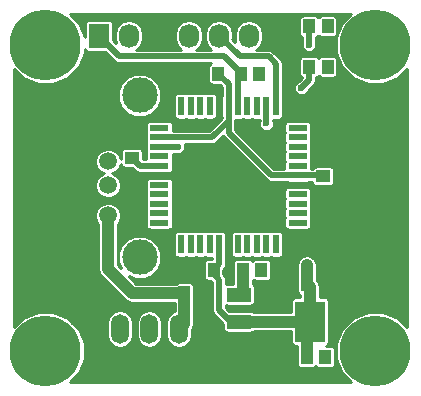
<source format=gbr>
G04 #@! TF.FileFunction,Copper,L2,Bot,Signal*
%FSLAX46Y46*%
G04 Gerber Fmt 4.6, Leading zero omitted, Abs format (unit mm)*
G04 Created by KiCad (PCBNEW 4.0.1-stable) date 2018/07/04 18:11:44*
%MOMM*%
G01*
G04 APERTURE LIST*
%ADD10C,0.100000*%
%ADD11R,1.200000X1.000000*%
%ADD12R,1.000000X1.200000*%
%ADD13R,1.600000X0.560000*%
%ADD14R,0.560000X1.600000*%
%ADD15R,1.727200X2.032000*%
%ADD16O,1.727200X2.032000*%
%ADD17C,1.501140*%
%ADD18C,2.999740*%
%ADD19R,2.000000X1.200000*%
%ADD20R,2.500000X3.500000*%
%ADD21O,1.500000X2.500000*%
%ADD22C,6.000000*%
%ADD23C,0.600000*%
%ADD24C,0.500000*%
%ADD25C,0.250000*%
%ADD26C,1.000000*%
G04 APERTURE END LIST*
D10*
D11*
X140400000Y-101650000D03*
X140400000Y-103530000D03*
X156600000Y-106950000D03*
X156600000Y-105070000D03*
D12*
X145450000Y-113000000D03*
X147330000Y-113000000D03*
X145850000Y-96400000D03*
X147730000Y-96400000D03*
X144850000Y-115000000D03*
X146730000Y-115000000D03*
X155250000Y-114200000D03*
X157130000Y-114200000D03*
D13*
X142750000Y-109000000D03*
X142750000Y-108200000D03*
X142750000Y-107400000D03*
X142750000Y-106600000D03*
X142750000Y-105800000D03*
X142750000Y-105000000D03*
X142750000Y-104200000D03*
X142750000Y-103400000D03*
X142750000Y-102600000D03*
X142750000Y-101800000D03*
X142750000Y-101000000D03*
D14*
X144600000Y-99150000D03*
X145400000Y-99150000D03*
X146200000Y-99150000D03*
X147000000Y-99150000D03*
X147800000Y-99150000D03*
X148600000Y-99150000D03*
X149400000Y-99150000D03*
X150200000Y-99150000D03*
X151000000Y-99150000D03*
X151800000Y-99150000D03*
X152600000Y-99150000D03*
D13*
X154450000Y-101000000D03*
X154450000Y-101800000D03*
X154450000Y-102600000D03*
X154450000Y-103400000D03*
X154450000Y-104200000D03*
X154450000Y-105000000D03*
X154450000Y-105800000D03*
X154450000Y-106600000D03*
X154450000Y-107400000D03*
X154450000Y-108200000D03*
X154450000Y-109000000D03*
D14*
X152600000Y-110850000D03*
X151800000Y-110850000D03*
X151000000Y-110850000D03*
X150200000Y-110850000D03*
X149400000Y-110850000D03*
X148600000Y-110850000D03*
X147800000Y-110850000D03*
X147000000Y-110850000D03*
X146200000Y-110850000D03*
X145400000Y-110850000D03*
X144600000Y-110850000D03*
D15*
X137600000Y-93200000D03*
D16*
X140140000Y-93200000D03*
X142680000Y-93200000D03*
X145220000Y-93200000D03*
X147760000Y-93200000D03*
X150300000Y-93200000D03*
D17*
X138397880Y-101287140D03*
X138397880Y-103827140D03*
X138397880Y-105859140D03*
X138397880Y-108399140D03*
D18*
X141064880Y-98239140D03*
X141064880Y-111955140D03*
D12*
X149620000Y-96400000D03*
X151180000Y-96400000D03*
X156980000Y-92400000D03*
X155420000Y-92400000D03*
X156980000Y-95800000D03*
X155420000Y-95800000D03*
X149820000Y-113000000D03*
X151380000Y-113000000D03*
X155220000Y-120400000D03*
X156780000Y-120400000D03*
D19*
X149500000Y-117400000D03*
X149500000Y-119700000D03*
X149500000Y-115100000D03*
D20*
X155500000Y-117400000D03*
D21*
X139400000Y-118000000D03*
X141900000Y-118000000D03*
X144400000Y-118000000D03*
X146900000Y-118000000D03*
D22*
X161036000Y-93980000D03*
X133096000Y-119888000D03*
X133096000Y-93980000D03*
X161036000Y-119888000D03*
D23*
X147730000Y-96400000D03*
X151180000Y-96400000D03*
X156600000Y-105070000D03*
X155200000Y-112570000D03*
X146200000Y-110850000D03*
X149500000Y-115100000D03*
X144850000Y-115000000D03*
X156980000Y-92400000D03*
X156980000Y-95800000D03*
X142750000Y-108200000D03*
X142750000Y-107400000D03*
X142750000Y-103400000D03*
X144290000Y-102600000D03*
X155410000Y-93950000D03*
X146200000Y-99150000D03*
X147000000Y-99150000D03*
X154770000Y-97610000D03*
X151800000Y-100610000D03*
X151380000Y-113000000D03*
X156780000Y-120400000D03*
D24*
X142750000Y-104200000D02*
X141070000Y-104200000D01*
X141070000Y-104200000D02*
X140400000Y-103530000D01*
D25*
X140400000Y-103530000D02*
X140400000Y-103810000D01*
D24*
X148600000Y-99150000D02*
X148600000Y-100380000D01*
X147180000Y-101800000D02*
X142750000Y-101800000D01*
X148600000Y-100380000D02*
X147180000Y-101800000D01*
X148600000Y-97270000D02*
X147730000Y-96400000D01*
X148600000Y-99150000D02*
X148600000Y-97270000D01*
X154450000Y-105000000D02*
X152220000Y-105000000D01*
X148600000Y-101380000D02*
X148600000Y-99150000D01*
X152220000Y-105000000D02*
X148600000Y-101380000D01*
X154450000Y-105000000D02*
X156530000Y-105000000D01*
X156530000Y-105000000D02*
X156600000Y-105070000D01*
D26*
X155250000Y-114200000D02*
X155250000Y-112620000D01*
X155200000Y-112570000D02*
X155250000Y-112620000D01*
D24*
X147330000Y-113000000D02*
X147330000Y-113360000D01*
X147330000Y-113360000D02*
X147810000Y-113840000D01*
X147810000Y-116440000D02*
X148770000Y-117400000D01*
X147810000Y-113840000D02*
X147810000Y-116440000D01*
X148770000Y-117400000D02*
X149500000Y-117400000D01*
X147800000Y-110850000D02*
X147800000Y-112530000D01*
X147800000Y-112530000D02*
X147330000Y-113000000D01*
D26*
X155500000Y-117400000D02*
X155500000Y-114450000D01*
X155500000Y-114450000D02*
X155250000Y-114200000D01*
X149500000Y-117400000D02*
X155500000Y-117400000D01*
X155220000Y-120400000D02*
X155220000Y-117680000D01*
X155220000Y-117680000D02*
X155500000Y-117400000D01*
X144850000Y-115000000D02*
X140450000Y-115000000D01*
X138397880Y-112947880D02*
X138397880Y-108399140D01*
X140450000Y-115000000D02*
X138397880Y-112947880D01*
X149820000Y-113000000D02*
X149820000Y-114780000D01*
X149820000Y-114780000D02*
X149500000Y-115100000D01*
X144850000Y-115000000D02*
X144850000Y-117550000D01*
X144850000Y-117550000D02*
X144400000Y-118000000D01*
D24*
X142750000Y-102600000D02*
X144290000Y-102600000D01*
X155420000Y-93940000D02*
X155410000Y-93950000D01*
X155420000Y-92400000D02*
X155420000Y-93940000D01*
X155420000Y-96960000D02*
X155420000Y-95800000D01*
X154770000Y-97610000D02*
X155420000Y-96960000D01*
X149620000Y-96400000D02*
X149620000Y-96330000D01*
X149620000Y-96330000D02*
X148220000Y-94930000D01*
X139330000Y-94930000D02*
X137600000Y-93200000D01*
X148220000Y-94930000D02*
X139330000Y-94930000D01*
X149400000Y-99150000D02*
X149400000Y-96620000D01*
X149400000Y-96620000D02*
X149620000Y-96400000D01*
X151800000Y-99150000D02*
X151800000Y-100610000D01*
X147760000Y-93200000D02*
X147820000Y-93200000D01*
X147820000Y-93200000D02*
X149560000Y-94940000D01*
X149560000Y-94940000D02*
X151980000Y-94940000D01*
X151980000Y-94940000D02*
X152600000Y-95560000D01*
X152600000Y-95560000D02*
X152600000Y-99150000D01*
D25*
G36*
X158218845Y-92094079D02*
X157711578Y-93315715D01*
X157710424Y-94638482D01*
X158215558Y-95861001D01*
X159150079Y-96797155D01*
X160371715Y-97304422D01*
X161694482Y-97305576D01*
X162917001Y-96800442D01*
X163684000Y-96034781D01*
X163684000Y-117834256D01*
X162921921Y-117070845D01*
X161700285Y-116563578D01*
X160377518Y-116562424D01*
X159154999Y-117067558D01*
X158218845Y-118002079D01*
X157711578Y-119223715D01*
X157710424Y-120546482D01*
X158215558Y-121769001D01*
X158981219Y-122536000D01*
X135149744Y-122536000D01*
X135913155Y-121773921D01*
X136420422Y-120552285D01*
X136421576Y-119229518D01*
X135916442Y-118006999D01*
X135379526Y-117469144D01*
X138325000Y-117469144D01*
X138325000Y-118530856D01*
X138406830Y-118942241D01*
X138639860Y-119290996D01*
X138988615Y-119524026D01*
X139400000Y-119605856D01*
X139811385Y-119524026D01*
X140160140Y-119290996D01*
X140393170Y-118942241D01*
X140475000Y-118530856D01*
X140475000Y-117469144D01*
X140825000Y-117469144D01*
X140825000Y-118530856D01*
X140906830Y-118942241D01*
X141139860Y-119290996D01*
X141488615Y-119524026D01*
X141900000Y-119605856D01*
X142311385Y-119524026D01*
X142660140Y-119290996D01*
X142893170Y-118942241D01*
X142975000Y-118530856D01*
X142975000Y-117469144D01*
X142893170Y-117057759D01*
X142660140Y-116709004D01*
X142311385Y-116475974D01*
X141900000Y-116394144D01*
X141488615Y-116475974D01*
X141139860Y-116709004D01*
X140906830Y-117057759D01*
X140825000Y-117469144D01*
X140475000Y-117469144D01*
X140393170Y-117057759D01*
X140160140Y-116709004D01*
X139811385Y-116475974D01*
X139400000Y-116394144D01*
X138988615Y-116475974D01*
X138639860Y-116709004D01*
X138406830Y-117057759D01*
X138325000Y-117469144D01*
X135379526Y-117469144D01*
X134981921Y-117070845D01*
X133760285Y-116563578D01*
X132437518Y-116562424D01*
X131214999Y-117067558D01*
X130448000Y-117833219D01*
X130448000Y-108612146D01*
X137322123Y-108612146D01*
X137485524Y-109007606D01*
X137572880Y-109095114D01*
X137572880Y-112947880D01*
X137635679Y-113263594D01*
X137814517Y-113531243D01*
X139866637Y-115583363D01*
X140134286Y-115762201D01*
X140450000Y-115825000D01*
X144025000Y-115825000D01*
X144025000Y-116468737D01*
X143988615Y-116475974D01*
X143639860Y-116709004D01*
X143406830Y-117057759D01*
X143325000Y-117469144D01*
X143325000Y-118530856D01*
X143406830Y-118942241D01*
X143639860Y-119290996D01*
X143988615Y-119524026D01*
X144400000Y-119605856D01*
X144811385Y-119524026D01*
X145160140Y-119290996D01*
X145393170Y-118942241D01*
X145475000Y-118530856D01*
X145475000Y-118071049D01*
X145612201Y-117865714D01*
X145675000Y-117550000D01*
X145675000Y-115631441D01*
X145681367Y-115600000D01*
X145681367Y-114400000D01*
X145658705Y-114279562D01*
X145587526Y-114168947D01*
X145478920Y-114094740D01*
X145350000Y-114068633D01*
X144350000Y-114068633D01*
X144229562Y-114091295D01*
X144118947Y-114162474D01*
X144110388Y-114175000D01*
X140791726Y-114175000D01*
X140180635Y-113563909D01*
X140700298Y-113779692D01*
X141426277Y-113780326D01*
X142097235Y-113503091D01*
X142611027Y-112990195D01*
X142889432Y-112319722D01*
X142890066Y-111593743D01*
X142612831Y-110922785D01*
X142099935Y-110408993D01*
X141429462Y-110130588D01*
X140703483Y-110129954D01*
X140032525Y-110407189D01*
X139518733Y-110920085D01*
X139240328Y-111590558D01*
X139239694Y-112316537D01*
X139455463Y-112838737D01*
X139222880Y-112606154D01*
X139222880Y-110050000D01*
X143988633Y-110050000D01*
X143988633Y-111650000D01*
X144011295Y-111770438D01*
X144082474Y-111881053D01*
X144191080Y-111955260D01*
X144320000Y-111981367D01*
X144880000Y-111981367D01*
X145000438Y-111958705D01*
X145002270Y-111957526D01*
X145120000Y-111981367D01*
X145680000Y-111981367D01*
X145800438Y-111958705D01*
X145802270Y-111957526D01*
X145920000Y-111981367D01*
X146480000Y-111981367D01*
X146600438Y-111958705D01*
X146602270Y-111957526D01*
X146720000Y-111981367D01*
X147225000Y-111981367D01*
X147225000Y-112068633D01*
X146830000Y-112068633D01*
X146709562Y-112091295D01*
X146598947Y-112162474D01*
X146524740Y-112271080D01*
X146498633Y-112400000D01*
X146498633Y-113600000D01*
X146521295Y-113720438D01*
X146592474Y-113831053D01*
X146701080Y-113905260D01*
X146830000Y-113931367D01*
X147088195Y-113931367D01*
X147235000Y-114078173D01*
X147235000Y-116440000D01*
X147278769Y-116660043D01*
X147403414Y-116846586D01*
X148168633Y-117611805D01*
X148168633Y-118000000D01*
X148191295Y-118120438D01*
X148262474Y-118231053D01*
X148371080Y-118305260D01*
X148500000Y-118331367D01*
X150500000Y-118331367D01*
X150620438Y-118308705D01*
X150731053Y-118237526D01*
X150739612Y-118225000D01*
X153918633Y-118225000D01*
X153918633Y-119150000D01*
X153941295Y-119270438D01*
X154012474Y-119381053D01*
X154121080Y-119455260D01*
X154250000Y-119481367D01*
X154395000Y-119481367D01*
X154395000Y-119768559D01*
X154388633Y-119800000D01*
X154388633Y-121000000D01*
X154411295Y-121120438D01*
X154482474Y-121231053D01*
X154591080Y-121305260D01*
X154720000Y-121331367D01*
X155720000Y-121331367D01*
X155840438Y-121308705D01*
X155951053Y-121237526D01*
X156000279Y-121165481D01*
X156042474Y-121231053D01*
X156151080Y-121305260D01*
X156280000Y-121331367D01*
X157280000Y-121331367D01*
X157400438Y-121308705D01*
X157511053Y-121237526D01*
X157585260Y-121128920D01*
X157611367Y-121000000D01*
X157611367Y-119800000D01*
X157588705Y-119679562D01*
X157517526Y-119568947D01*
X157408920Y-119494740D01*
X157280000Y-119468633D01*
X156817675Y-119468633D01*
X156870438Y-119458705D01*
X156981053Y-119387526D01*
X157055260Y-119278920D01*
X157081367Y-119150000D01*
X157081367Y-115650000D01*
X157058705Y-115529562D01*
X156987526Y-115418947D01*
X156878920Y-115344740D01*
X156750000Y-115318633D01*
X156325000Y-115318633D01*
X156325000Y-114450000D01*
X156262201Y-114134286D01*
X156083363Y-113866637D01*
X156081367Y-113864641D01*
X156081367Y-113600000D01*
X156075000Y-113566162D01*
X156075000Y-112620000D01*
X156012201Y-112304286D01*
X155833363Y-112036637D01*
X155783363Y-111986637D01*
X155515714Y-111807799D01*
X155200000Y-111745000D01*
X154884286Y-111807799D01*
X154616637Y-111986637D01*
X154437799Y-112254286D01*
X154375000Y-112570000D01*
X154425000Y-112821369D01*
X154425000Y-113568559D01*
X154418633Y-113600000D01*
X154418633Y-114800000D01*
X154441295Y-114920438D01*
X154512474Y-115031053D01*
X154621080Y-115105260D01*
X154675000Y-115116179D01*
X154675000Y-115318633D01*
X154250000Y-115318633D01*
X154129562Y-115341295D01*
X154018947Y-115412474D01*
X153944740Y-115521080D01*
X153918633Y-115650000D01*
X153918633Y-116575000D01*
X150741421Y-116575000D01*
X150737526Y-116568947D01*
X150628920Y-116494740D01*
X150500000Y-116468633D01*
X148651805Y-116468633D01*
X148385000Y-116201828D01*
X148385000Y-116008079D01*
X148500000Y-116031367D01*
X150500000Y-116031367D01*
X150620438Y-116008705D01*
X150731053Y-115937526D01*
X150805260Y-115828920D01*
X150831367Y-115700000D01*
X150831367Y-114500000D01*
X150808705Y-114379562D01*
X150737526Y-114268947D01*
X150645000Y-114205727D01*
X150645000Y-113832779D01*
X150751080Y-113905260D01*
X150880000Y-113931367D01*
X151880000Y-113931367D01*
X152000438Y-113908705D01*
X152111053Y-113837526D01*
X152185260Y-113728920D01*
X152211367Y-113600000D01*
X152211367Y-112400000D01*
X152188705Y-112279562D01*
X152117526Y-112168947D01*
X152008920Y-112094740D01*
X151880000Y-112068633D01*
X150880000Y-112068633D01*
X150759562Y-112091295D01*
X150648947Y-112162474D01*
X150599721Y-112234519D01*
X150557526Y-112168947D01*
X150448920Y-112094740D01*
X150320000Y-112068633D01*
X149320000Y-112068633D01*
X149199562Y-112091295D01*
X149088947Y-112162474D01*
X149014740Y-112271080D01*
X148988633Y-112400000D01*
X148988633Y-113600000D01*
X148995000Y-113633838D01*
X148995000Y-114168633D01*
X148500000Y-114168633D01*
X148385000Y-114190272D01*
X148385000Y-113840000D01*
X148341231Y-113619957D01*
X148280816Y-113529540D01*
X148216587Y-113433414D01*
X148161367Y-113378194D01*
X148161367Y-112981806D01*
X148206586Y-112936587D01*
X148331231Y-112750043D01*
X148342423Y-112693775D01*
X148375000Y-112530000D01*
X148375000Y-111793936D01*
X148385260Y-111778920D01*
X148411367Y-111650000D01*
X148411367Y-110050000D01*
X148788633Y-110050000D01*
X148788633Y-111650000D01*
X148811295Y-111770438D01*
X148882474Y-111881053D01*
X148991080Y-111955260D01*
X149120000Y-111981367D01*
X149680000Y-111981367D01*
X149800438Y-111958705D01*
X149802270Y-111957526D01*
X149920000Y-111981367D01*
X150480000Y-111981367D01*
X150600438Y-111958705D01*
X150602270Y-111957526D01*
X150720000Y-111981367D01*
X151280000Y-111981367D01*
X151400438Y-111958705D01*
X151402270Y-111957526D01*
X151520000Y-111981367D01*
X152080000Y-111981367D01*
X152200438Y-111958705D01*
X152202270Y-111957526D01*
X152320000Y-111981367D01*
X152880000Y-111981367D01*
X153000438Y-111958705D01*
X153111053Y-111887526D01*
X153185260Y-111778920D01*
X153211367Y-111650000D01*
X153211367Y-110050000D01*
X153188705Y-109929562D01*
X153117526Y-109818947D01*
X153008920Y-109744740D01*
X152880000Y-109718633D01*
X152320000Y-109718633D01*
X152199562Y-109741295D01*
X152197730Y-109742474D01*
X152080000Y-109718633D01*
X151520000Y-109718633D01*
X151399562Y-109741295D01*
X151397730Y-109742474D01*
X151280000Y-109718633D01*
X150720000Y-109718633D01*
X150599562Y-109741295D01*
X150597730Y-109742474D01*
X150480000Y-109718633D01*
X149920000Y-109718633D01*
X149799562Y-109741295D01*
X149797730Y-109742474D01*
X149680000Y-109718633D01*
X149120000Y-109718633D01*
X148999562Y-109741295D01*
X148888947Y-109812474D01*
X148814740Y-109921080D01*
X148788633Y-110050000D01*
X148411367Y-110050000D01*
X148388705Y-109929562D01*
X148317526Y-109818947D01*
X148208920Y-109744740D01*
X148080000Y-109718633D01*
X147520000Y-109718633D01*
X147399562Y-109741295D01*
X147397730Y-109742474D01*
X147280000Y-109718633D01*
X146720000Y-109718633D01*
X146599562Y-109741295D01*
X146597730Y-109742474D01*
X146480000Y-109718633D01*
X145920000Y-109718633D01*
X145799562Y-109741295D01*
X145797730Y-109742474D01*
X145680000Y-109718633D01*
X145120000Y-109718633D01*
X144999562Y-109741295D01*
X144997730Y-109742474D01*
X144880000Y-109718633D01*
X144320000Y-109718633D01*
X144199562Y-109741295D01*
X144088947Y-109812474D01*
X144014740Y-109921080D01*
X143988633Y-110050000D01*
X139222880Y-110050000D01*
X139222880Y-109095339D01*
X139309172Y-109009197D01*
X139473263Y-108614023D01*
X139473637Y-108186134D01*
X139310236Y-107790674D01*
X139007937Y-107487848D01*
X138612763Y-107323757D01*
X138184874Y-107323383D01*
X137789414Y-107486784D01*
X137486588Y-107789083D01*
X137322497Y-108184257D01*
X137322123Y-108612146D01*
X130448000Y-108612146D01*
X130448000Y-98600537D01*
X139239694Y-98600537D01*
X139516929Y-99271495D01*
X140029825Y-99785287D01*
X140700298Y-100063692D01*
X141426277Y-100064326D01*
X142097235Y-99787091D01*
X142611027Y-99274195D01*
X142889432Y-98603722D01*
X142889653Y-98350000D01*
X143988633Y-98350000D01*
X143988633Y-99950000D01*
X144011295Y-100070438D01*
X144082474Y-100181053D01*
X144191080Y-100255260D01*
X144320000Y-100281367D01*
X144880000Y-100281367D01*
X145000438Y-100258705D01*
X145002270Y-100257526D01*
X145120000Y-100281367D01*
X145680000Y-100281367D01*
X145800438Y-100258705D01*
X145802270Y-100257526D01*
X145920000Y-100281367D01*
X146480000Y-100281367D01*
X146600438Y-100258705D01*
X146602270Y-100257526D01*
X146720000Y-100281367D01*
X147280000Y-100281367D01*
X147400438Y-100258705D01*
X147511053Y-100187526D01*
X147585260Y-100078920D01*
X147611367Y-99950000D01*
X147611367Y-99307435D01*
X147624891Y-99274866D01*
X147625108Y-99026225D01*
X147611367Y-98992969D01*
X147611367Y-98350000D01*
X147588705Y-98229562D01*
X147517526Y-98118947D01*
X147408920Y-98044740D01*
X147280000Y-98018633D01*
X146720000Y-98018633D01*
X146599562Y-98041295D01*
X146597730Y-98042474D01*
X146480000Y-98018633D01*
X145920000Y-98018633D01*
X145799562Y-98041295D01*
X145797730Y-98042474D01*
X145680000Y-98018633D01*
X145120000Y-98018633D01*
X144999562Y-98041295D01*
X144997730Y-98042474D01*
X144880000Y-98018633D01*
X144320000Y-98018633D01*
X144199562Y-98041295D01*
X144088947Y-98112474D01*
X144014740Y-98221080D01*
X143988633Y-98350000D01*
X142889653Y-98350000D01*
X142890066Y-97877743D01*
X142612831Y-97206785D01*
X142099935Y-96692993D01*
X141429462Y-96414588D01*
X140703483Y-96413954D01*
X140032525Y-96691189D01*
X139518733Y-97204085D01*
X139240328Y-97874558D01*
X139239694Y-98600537D01*
X130448000Y-98600537D01*
X130448000Y-96033744D01*
X131210079Y-96797155D01*
X132431715Y-97304422D01*
X133754482Y-97305576D01*
X134977001Y-96800442D01*
X135913155Y-95865921D01*
X136420422Y-94644285D01*
X136420723Y-94299385D01*
X136427695Y-94336438D01*
X136498874Y-94447053D01*
X136607480Y-94521260D01*
X136736400Y-94547367D01*
X138134194Y-94547367D01*
X138923413Y-95336586D01*
X138938381Y-95346587D01*
X139109957Y-95461231D01*
X139330000Y-95505000D01*
X147088264Y-95505000D01*
X146998947Y-95562474D01*
X146924740Y-95671080D01*
X146898633Y-95800000D01*
X146898633Y-97000000D01*
X146921295Y-97120438D01*
X146992474Y-97231053D01*
X147101080Y-97305260D01*
X147230000Y-97331367D01*
X147848194Y-97331367D01*
X148025000Y-97508173D01*
X148025000Y-98206064D01*
X148014740Y-98221080D01*
X147988633Y-98350000D01*
X147988633Y-99950000D01*
X148011295Y-100070438D01*
X148025000Y-100091736D01*
X148025000Y-100141827D01*
X146941828Y-101225000D01*
X143881367Y-101225000D01*
X143881367Y-100720000D01*
X143858705Y-100599562D01*
X143787526Y-100488947D01*
X143678920Y-100414740D01*
X143550000Y-100388633D01*
X141950000Y-100388633D01*
X141829562Y-100411295D01*
X141718947Y-100482474D01*
X141644740Y-100591080D01*
X141618633Y-100720000D01*
X141618633Y-101280000D01*
X141641295Y-101400438D01*
X141642474Y-101402270D01*
X141618633Y-101520000D01*
X141618633Y-102080000D01*
X141641295Y-102200438D01*
X141642474Y-102202270D01*
X141618633Y-102320000D01*
X141618633Y-102880000D01*
X141641295Y-103000438D01*
X141642474Y-103002270D01*
X141618633Y-103120000D01*
X141618633Y-103625000D01*
X141331367Y-103625000D01*
X141331367Y-103030000D01*
X141308705Y-102909562D01*
X141237526Y-102798947D01*
X141128920Y-102724740D01*
X141000000Y-102698633D01*
X139800000Y-102698633D01*
X139679562Y-102721295D01*
X139568947Y-102792474D01*
X139494740Y-102901080D01*
X139468633Y-103030000D01*
X139468633Y-103602023D01*
X139310236Y-103218674D01*
X139007937Y-102915848D01*
X138612763Y-102751757D01*
X138184874Y-102751383D01*
X137789414Y-102914784D01*
X137486588Y-103217083D01*
X137322497Y-103612257D01*
X137322123Y-104040146D01*
X137485524Y-104435606D01*
X137787823Y-104738432D01*
X138040119Y-104843195D01*
X137789414Y-104946784D01*
X137486588Y-105249083D01*
X137322497Y-105644257D01*
X137322123Y-106072146D01*
X137485524Y-106467606D01*
X137787823Y-106770432D01*
X138182997Y-106934523D01*
X138610886Y-106934897D01*
X139006346Y-106771496D01*
X139309172Y-106469197D01*
X139473263Y-106074023D01*
X139473637Y-105646134D01*
X139421520Y-105520000D01*
X141618633Y-105520000D01*
X141618633Y-106080000D01*
X141641295Y-106200438D01*
X141642474Y-106202270D01*
X141618633Y-106320000D01*
X141618633Y-106880000D01*
X141641295Y-107000438D01*
X141642474Y-107002270D01*
X141618633Y-107120000D01*
X141618633Y-107680000D01*
X141641295Y-107800438D01*
X141642474Y-107802270D01*
X141618633Y-107920000D01*
X141618633Y-108480000D01*
X141641295Y-108600438D01*
X141642474Y-108602270D01*
X141618633Y-108720000D01*
X141618633Y-109280000D01*
X141641295Y-109400438D01*
X141712474Y-109511053D01*
X141821080Y-109585260D01*
X141950000Y-109611367D01*
X143550000Y-109611367D01*
X143670438Y-109588705D01*
X143781053Y-109517526D01*
X143855260Y-109408920D01*
X143881367Y-109280000D01*
X143881367Y-108720000D01*
X143858705Y-108599562D01*
X143857526Y-108597730D01*
X143881367Y-108480000D01*
X143881367Y-107920000D01*
X143858705Y-107799562D01*
X143857526Y-107797730D01*
X143881367Y-107680000D01*
X143881367Y-107120000D01*
X143858705Y-106999562D01*
X143857526Y-106997730D01*
X143881367Y-106880000D01*
X143881367Y-106320000D01*
X153318633Y-106320000D01*
X153318633Y-106880000D01*
X153341295Y-107000438D01*
X153342474Y-107002270D01*
X153318633Y-107120000D01*
X153318633Y-107680000D01*
X153341295Y-107800438D01*
X153342474Y-107802270D01*
X153318633Y-107920000D01*
X153318633Y-108480000D01*
X153341295Y-108600438D01*
X153342474Y-108602270D01*
X153318633Y-108720000D01*
X153318633Y-109280000D01*
X153341295Y-109400438D01*
X153412474Y-109511053D01*
X153521080Y-109585260D01*
X153650000Y-109611367D01*
X155250000Y-109611367D01*
X155370438Y-109588705D01*
X155481053Y-109517526D01*
X155555260Y-109408920D01*
X155581367Y-109280000D01*
X155581367Y-108720000D01*
X155558705Y-108599562D01*
X155557526Y-108597730D01*
X155581367Y-108480000D01*
X155581367Y-107920000D01*
X155558705Y-107799562D01*
X155557526Y-107797730D01*
X155581367Y-107680000D01*
X155581367Y-107120000D01*
X155558705Y-106999562D01*
X155557526Y-106997730D01*
X155581367Y-106880000D01*
X155581367Y-106320000D01*
X155558705Y-106199562D01*
X155487526Y-106088947D01*
X155378920Y-106014740D01*
X155250000Y-105988633D01*
X153650000Y-105988633D01*
X153529562Y-106011295D01*
X153418947Y-106082474D01*
X153344740Y-106191080D01*
X153318633Y-106320000D01*
X143881367Y-106320000D01*
X143858705Y-106199562D01*
X143857526Y-106197730D01*
X143881367Y-106080000D01*
X143881367Y-105520000D01*
X143858705Y-105399562D01*
X143787526Y-105288947D01*
X143678920Y-105214740D01*
X143550000Y-105188633D01*
X141950000Y-105188633D01*
X141829562Y-105211295D01*
X141718947Y-105282474D01*
X141644740Y-105391080D01*
X141618633Y-105520000D01*
X139421520Y-105520000D01*
X139310236Y-105250674D01*
X139007937Y-104947848D01*
X138755641Y-104843085D01*
X139006346Y-104739496D01*
X139309172Y-104437197D01*
X139471634Y-104045947D01*
X139491295Y-104150438D01*
X139562474Y-104261053D01*
X139671080Y-104335260D01*
X139800000Y-104361367D01*
X140418195Y-104361367D01*
X140663414Y-104606586D01*
X140849957Y-104731231D01*
X141070000Y-104775000D01*
X141806064Y-104775000D01*
X141821080Y-104785260D01*
X141950000Y-104811367D01*
X143550000Y-104811367D01*
X143670438Y-104788705D01*
X143781053Y-104717526D01*
X143855260Y-104608920D01*
X143881367Y-104480000D01*
X143881367Y-103920000D01*
X143858705Y-103799562D01*
X143857526Y-103797730D01*
X143881367Y-103680000D01*
X143881367Y-103175000D01*
X144044983Y-103175000D01*
X144165134Y-103224891D01*
X144413775Y-103225108D01*
X144643571Y-103130158D01*
X144819540Y-102954496D01*
X144914891Y-102724866D01*
X144915108Y-102476225D01*
X144873283Y-102375000D01*
X147180000Y-102375000D01*
X147400043Y-102331231D01*
X147586586Y-102206586D01*
X148118581Y-101674591D01*
X148193414Y-101786586D01*
X151813414Y-105406586D01*
X151999957Y-105531231D01*
X152220000Y-105575000D01*
X153506064Y-105575000D01*
X153521080Y-105585260D01*
X153650000Y-105611367D01*
X155250000Y-105611367D01*
X155370438Y-105588705D01*
X155391736Y-105575000D01*
X155669574Y-105575000D01*
X155691295Y-105690438D01*
X155762474Y-105801053D01*
X155871080Y-105875260D01*
X156000000Y-105901367D01*
X157200000Y-105901367D01*
X157320438Y-105878705D01*
X157431053Y-105807526D01*
X157505260Y-105698920D01*
X157531367Y-105570000D01*
X157531367Y-104570000D01*
X157508705Y-104449562D01*
X157437526Y-104338947D01*
X157328920Y-104264740D01*
X157200000Y-104238633D01*
X156000000Y-104238633D01*
X155879562Y-104261295D01*
X155768947Y-104332474D01*
X155705727Y-104425000D01*
X155581367Y-104425000D01*
X155581367Y-103920000D01*
X155558705Y-103799562D01*
X155557526Y-103797730D01*
X155581367Y-103680000D01*
X155581367Y-103120000D01*
X155558705Y-102999562D01*
X155557526Y-102997730D01*
X155581367Y-102880000D01*
X155581367Y-102320000D01*
X155558705Y-102199562D01*
X155557526Y-102197730D01*
X155581367Y-102080000D01*
X155581367Y-101520000D01*
X155558705Y-101399562D01*
X155557526Y-101397730D01*
X155581367Y-101280000D01*
X155581367Y-100720000D01*
X155558705Y-100599562D01*
X155487526Y-100488947D01*
X155378920Y-100414740D01*
X155250000Y-100388633D01*
X153650000Y-100388633D01*
X153529562Y-100411295D01*
X153418947Y-100482474D01*
X153344740Y-100591080D01*
X153318633Y-100720000D01*
X153318633Y-101280000D01*
X153341295Y-101400438D01*
X153342474Y-101402270D01*
X153318633Y-101520000D01*
X153318633Y-102080000D01*
X153341295Y-102200438D01*
X153342474Y-102202270D01*
X153318633Y-102320000D01*
X153318633Y-102880000D01*
X153341295Y-103000438D01*
X153342474Y-103002270D01*
X153318633Y-103120000D01*
X153318633Y-103680000D01*
X153341295Y-103800438D01*
X153342474Y-103802270D01*
X153318633Y-103920000D01*
X153318633Y-104425000D01*
X152458172Y-104425000D01*
X149175000Y-101141828D01*
X149175000Y-100281367D01*
X149680000Y-100281367D01*
X149800438Y-100258705D01*
X149802270Y-100257526D01*
X149920000Y-100281367D01*
X150480000Y-100281367D01*
X150600438Y-100258705D01*
X150602270Y-100257526D01*
X150720000Y-100281367D01*
X151225000Y-100281367D01*
X151225000Y-100364983D01*
X151175109Y-100485134D01*
X151174892Y-100733775D01*
X151269842Y-100963571D01*
X151445504Y-101139540D01*
X151675134Y-101234891D01*
X151923775Y-101235108D01*
X152153571Y-101140158D01*
X152329540Y-100964496D01*
X152424891Y-100734866D01*
X152425108Y-100486225D01*
X152375000Y-100364955D01*
X152375000Y-100281367D01*
X152880000Y-100281367D01*
X153000438Y-100258705D01*
X153111053Y-100187526D01*
X153185260Y-100078920D01*
X153211367Y-99950000D01*
X153211367Y-98350000D01*
X153188705Y-98229562D01*
X153175000Y-98208264D01*
X153175000Y-97733775D01*
X154144892Y-97733775D01*
X154239842Y-97963571D01*
X154415504Y-98139540D01*
X154645134Y-98234891D01*
X154893775Y-98235108D01*
X155123571Y-98140158D01*
X155299540Y-97964496D01*
X155349860Y-97843312D01*
X155826587Y-97366586D01*
X155951231Y-97180043D01*
X155995000Y-96960000D01*
X155995000Y-96717255D01*
X156040438Y-96708705D01*
X156151053Y-96637526D01*
X156200279Y-96565481D01*
X156242474Y-96631053D01*
X156351080Y-96705260D01*
X156480000Y-96731367D01*
X157480000Y-96731367D01*
X157600438Y-96708705D01*
X157711053Y-96637526D01*
X157785260Y-96528920D01*
X157811367Y-96400000D01*
X157811367Y-95200000D01*
X157788705Y-95079562D01*
X157717526Y-94968947D01*
X157608920Y-94894740D01*
X157480000Y-94868633D01*
X156480000Y-94868633D01*
X156359562Y-94891295D01*
X156248947Y-94962474D01*
X156199721Y-95034519D01*
X156157526Y-94968947D01*
X156048920Y-94894740D01*
X155920000Y-94868633D01*
X154920000Y-94868633D01*
X154799562Y-94891295D01*
X154688947Y-94962474D01*
X154614740Y-95071080D01*
X154588633Y-95200000D01*
X154588633Y-96400000D01*
X154611295Y-96520438D01*
X154682474Y-96631053D01*
X154791080Y-96705260D01*
X154845000Y-96716179D01*
X154845000Y-96721827D01*
X154536667Y-97030160D01*
X154416429Y-97079842D01*
X154240460Y-97255504D01*
X154145109Y-97485134D01*
X154144892Y-97733775D01*
X153175000Y-97733775D01*
X153175000Y-95560000D01*
X153131231Y-95339957D01*
X153084794Y-95270460D01*
X153006586Y-95153413D01*
X152386586Y-94533414D01*
X152200043Y-94408769D01*
X151980000Y-94365000D01*
X150922171Y-94365000D01*
X151140467Y-94219139D01*
X151398123Y-93833530D01*
X151488600Y-93378672D01*
X151488600Y-93021328D01*
X151398123Y-92566470D01*
X151140467Y-92180861D01*
X150754858Y-91923205D01*
X150300000Y-91832728D01*
X149845142Y-91923205D01*
X149459533Y-92180861D01*
X149201877Y-92566470D01*
X149111400Y-93021328D01*
X149111400Y-93378672D01*
X149185781Y-93752608D01*
X148925911Y-93492738D01*
X148948600Y-93378672D01*
X148948600Y-93021328D01*
X148858123Y-92566470D01*
X148600467Y-92180861D01*
X148214858Y-91923205D01*
X147760000Y-91832728D01*
X147305142Y-91923205D01*
X146919533Y-92180861D01*
X146661877Y-92566470D01*
X146571400Y-93021328D01*
X146571400Y-93378672D01*
X146661877Y-93833530D01*
X146919533Y-94219139D01*
X147122863Y-94355000D01*
X145857137Y-94355000D01*
X146060467Y-94219139D01*
X146318123Y-93833530D01*
X146408600Y-93378672D01*
X146408600Y-93021328D01*
X146318123Y-92566470D01*
X146060467Y-92180861D01*
X145674858Y-91923205D01*
X145220000Y-91832728D01*
X144765142Y-91923205D01*
X144379533Y-92180861D01*
X144121877Y-92566470D01*
X144031400Y-93021328D01*
X144031400Y-93378672D01*
X144121877Y-93833530D01*
X144379533Y-94219139D01*
X144582863Y-94355000D01*
X140777137Y-94355000D01*
X140980467Y-94219139D01*
X141238123Y-93833530D01*
X141328600Y-93378672D01*
X141328600Y-93021328D01*
X141238123Y-92566470D01*
X140980467Y-92180861D01*
X140594858Y-91923205D01*
X140140000Y-91832728D01*
X139685142Y-91923205D01*
X139299533Y-92180861D01*
X139041877Y-92566470D01*
X138951400Y-93021328D01*
X138951400Y-93378672D01*
X139040679Y-93827506D01*
X138794967Y-93581795D01*
X138794967Y-92184000D01*
X138772305Y-92063562D01*
X138701126Y-91952947D01*
X138592520Y-91878740D01*
X138463600Y-91852633D01*
X136736400Y-91852633D01*
X136615962Y-91875295D01*
X136505347Y-91946474D01*
X136431140Y-92055080D01*
X136405033Y-92184000D01*
X136405033Y-93281481D01*
X135916442Y-92098999D01*
X135617965Y-91800000D01*
X154588633Y-91800000D01*
X154588633Y-93000000D01*
X154611295Y-93120438D01*
X154682474Y-93231053D01*
X154791080Y-93305260D01*
X154845000Y-93316179D01*
X154845000Y-93680901D01*
X154785109Y-93825134D01*
X154784892Y-94073775D01*
X154879842Y-94303571D01*
X155055504Y-94479540D01*
X155285134Y-94574891D01*
X155533775Y-94575108D01*
X155763571Y-94480158D01*
X155939540Y-94304496D01*
X156034891Y-94074866D01*
X156035108Y-93826225D01*
X155995000Y-93729156D01*
X155995000Y-93317255D01*
X156040438Y-93308705D01*
X156151053Y-93237526D01*
X156200279Y-93165481D01*
X156242474Y-93231053D01*
X156351080Y-93305260D01*
X156480000Y-93331367D01*
X157480000Y-93331367D01*
X157600438Y-93308705D01*
X157711053Y-93237526D01*
X157785260Y-93128920D01*
X157811367Y-93000000D01*
X157811367Y-91800000D01*
X157788705Y-91679562D01*
X157717526Y-91568947D01*
X157608920Y-91494740D01*
X157480000Y-91468633D01*
X156480000Y-91468633D01*
X156359562Y-91491295D01*
X156248947Y-91562474D01*
X156199721Y-91634519D01*
X156157526Y-91568947D01*
X156048920Y-91494740D01*
X155920000Y-91468633D01*
X154920000Y-91468633D01*
X154799562Y-91491295D01*
X154688947Y-91562474D01*
X154614740Y-91671080D01*
X154588633Y-91800000D01*
X135617965Y-91800000D01*
X135150781Y-91332000D01*
X158982256Y-91332000D01*
X158218845Y-92094079D01*
X158218845Y-92094079D01*
G37*
X158218845Y-92094079D02*
X157711578Y-93315715D01*
X157710424Y-94638482D01*
X158215558Y-95861001D01*
X159150079Y-96797155D01*
X160371715Y-97304422D01*
X161694482Y-97305576D01*
X162917001Y-96800442D01*
X163684000Y-96034781D01*
X163684000Y-117834256D01*
X162921921Y-117070845D01*
X161700285Y-116563578D01*
X160377518Y-116562424D01*
X159154999Y-117067558D01*
X158218845Y-118002079D01*
X157711578Y-119223715D01*
X157710424Y-120546482D01*
X158215558Y-121769001D01*
X158981219Y-122536000D01*
X135149744Y-122536000D01*
X135913155Y-121773921D01*
X136420422Y-120552285D01*
X136421576Y-119229518D01*
X135916442Y-118006999D01*
X135379526Y-117469144D01*
X138325000Y-117469144D01*
X138325000Y-118530856D01*
X138406830Y-118942241D01*
X138639860Y-119290996D01*
X138988615Y-119524026D01*
X139400000Y-119605856D01*
X139811385Y-119524026D01*
X140160140Y-119290996D01*
X140393170Y-118942241D01*
X140475000Y-118530856D01*
X140475000Y-117469144D01*
X140825000Y-117469144D01*
X140825000Y-118530856D01*
X140906830Y-118942241D01*
X141139860Y-119290996D01*
X141488615Y-119524026D01*
X141900000Y-119605856D01*
X142311385Y-119524026D01*
X142660140Y-119290996D01*
X142893170Y-118942241D01*
X142975000Y-118530856D01*
X142975000Y-117469144D01*
X142893170Y-117057759D01*
X142660140Y-116709004D01*
X142311385Y-116475974D01*
X141900000Y-116394144D01*
X141488615Y-116475974D01*
X141139860Y-116709004D01*
X140906830Y-117057759D01*
X140825000Y-117469144D01*
X140475000Y-117469144D01*
X140393170Y-117057759D01*
X140160140Y-116709004D01*
X139811385Y-116475974D01*
X139400000Y-116394144D01*
X138988615Y-116475974D01*
X138639860Y-116709004D01*
X138406830Y-117057759D01*
X138325000Y-117469144D01*
X135379526Y-117469144D01*
X134981921Y-117070845D01*
X133760285Y-116563578D01*
X132437518Y-116562424D01*
X131214999Y-117067558D01*
X130448000Y-117833219D01*
X130448000Y-108612146D01*
X137322123Y-108612146D01*
X137485524Y-109007606D01*
X137572880Y-109095114D01*
X137572880Y-112947880D01*
X137635679Y-113263594D01*
X137814517Y-113531243D01*
X139866637Y-115583363D01*
X140134286Y-115762201D01*
X140450000Y-115825000D01*
X144025000Y-115825000D01*
X144025000Y-116468737D01*
X143988615Y-116475974D01*
X143639860Y-116709004D01*
X143406830Y-117057759D01*
X143325000Y-117469144D01*
X143325000Y-118530856D01*
X143406830Y-118942241D01*
X143639860Y-119290996D01*
X143988615Y-119524026D01*
X144400000Y-119605856D01*
X144811385Y-119524026D01*
X145160140Y-119290996D01*
X145393170Y-118942241D01*
X145475000Y-118530856D01*
X145475000Y-118071049D01*
X145612201Y-117865714D01*
X145675000Y-117550000D01*
X145675000Y-115631441D01*
X145681367Y-115600000D01*
X145681367Y-114400000D01*
X145658705Y-114279562D01*
X145587526Y-114168947D01*
X145478920Y-114094740D01*
X145350000Y-114068633D01*
X144350000Y-114068633D01*
X144229562Y-114091295D01*
X144118947Y-114162474D01*
X144110388Y-114175000D01*
X140791726Y-114175000D01*
X140180635Y-113563909D01*
X140700298Y-113779692D01*
X141426277Y-113780326D01*
X142097235Y-113503091D01*
X142611027Y-112990195D01*
X142889432Y-112319722D01*
X142890066Y-111593743D01*
X142612831Y-110922785D01*
X142099935Y-110408993D01*
X141429462Y-110130588D01*
X140703483Y-110129954D01*
X140032525Y-110407189D01*
X139518733Y-110920085D01*
X139240328Y-111590558D01*
X139239694Y-112316537D01*
X139455463Y-112838737D01*
X139222880Y-112606154D01*
X139222880Y-110050000D01*
X143988633Y-110050000D01*
X143988633Y-111650000D01*
X144011295Y-111770438D01*
X144082474Y-111881053D01*
X144191080Y-111955260D01*
X144320000Y-111981367D01*
X144880000Y-111981367D01*
X145000438Y-111958705D01*
X145002270Y-111957526D01*
X145120000Y-111981367D01*
X145680000Y-111981367D01*
X145800438Y-111958705D01*
X145802270Y-111957526D01*
X145920000Y-111981367D01*
X146480000Y-111981367D01*
X146600438Y-111958705D01*
X146602270Y-111957526D01*
X146720000Y-111981367D01*
X147225000Y-111981367D01*
X147225000Y-112068633D01*
X146830000Y-112068633D01*
X146709562Y-112091295D01*
X146598947Y-112162474D01*
X146524740Y-112271080D01*
X146498633Y-112400000D01*
X146498633Y-113600000D01*
X146521295Y-113720438D01*
X146592474Y-113831053D01*
X146701080Y-113905260D01*
X146830000Y-113931367D01*
X147088195Y-113931367D01*
X147235000Y-114078173D01*
X147235000Y-116440000D01*
X147278769Y-116660043D01*
X147403414Y-116846586D01*
X148168633Y-117611805D01*
X148168633Y-118000000D01*
X148191295Y-118120438D01*
X148262474Y-118231053D01*
X148371080Y-118305260D01*
X148500000Y-118331367D01*
X150500000Y-118331367D01*
X150620438Y-118308705D01*
X150731053Y-118237526D01*
X150739612Y-118225000D01*
X153918633Y-118225000D01*
X153918633Y-119150000D01*
X153941295Y-119270438D01*
X154012474Y-119381053D01*
X154121080Y-119455260D01*
X154250000Y-119481367D01*
X154395000Y-119481367D01*
X154395000Y-119768559D01*
X154388633Y-119800000D01*
X154388633Y-121000000D01*
X154411295Y-121120438D01*
X154482474Y-121231053D01*
X154591080Y-121305260D01*
X154720000Y-121331367D01*
X155720000Y-121331367D01*
X155840438Y-121308705D01*
X155951053Y-121237526D01*
X156000279Y-121165481D01*
X156042474Y-121231053D01*
X156151080Y-121305260D01*
X156280000Y-121331367D01*
X157280000Y-121331367D01*
X157400438Y-121308705D01*
X157511053Y-121237526D01*
X157585260Y-121128920D01*
X157611367Y-121000000D01*
X157611367Y-119800000D01*
X157588705Y-119679562D01*
X157517526Y-119568947D01*
X157408920Y-119494740D01*
X157280000Y-119468633D01*
X156817675Y-119468633D01*
X156870438Y-119458705D01*
X156981053Y-119387526D01*
X157055260Y-119278920D01*
X157081367Y-119150000D01*
X157081367Y-115650000D01*
X157058705Y-115529562D01*
X156987526Y-115418947D01*
X156878920Y-115344740D01*
X156750000Y-115318633D01*
X156325000Y-115318633D01*
X156325000Y-114450000D01*
X156262201Y-114134286D01*
X156083363Y-113866637D01*
X156081367Y-113864641D01*
X156081367Y-113600000D01*
X156075000Y-113566162D01*
X156075000Y-112620000D01*
X156012201Y-112304286D01*
X155833363Y-112036637D01*
X155783363Y-111986637D01*
X155515714Y-111807799D01*
X155200000Y-111745000D01*
X154884286Y-111807799D01*
X154616637Y-111986637D01*
X154437799Y-112254286D01*
X154375000Y-112570000D01*
X154425000Y-112821369D01*
X154425000Y-113568559D01*
X154418633Y-113600000D01*
X154418633Y-114800000D01*
X154441295Y-114920438D01*
X154512474Y-115031053D01*
X154621080Y-115105260D01*
X154675000Y-115116179D01*
X154675000Y-115318633D01*
X154250000Y-115318633D01*
X154129562Y-115341295D01*
X154018947Y-115412474D01*
X153944740Y-115521080D01*
X153918633Y-115650000D01*
X153918633Y-116575000D01*
X150741421Y-116575000D01*
X150737526Y-116568947D01*
X150628920Y-116494740D01*
X150500000Y-116468633D01*
X148651805Y-116468633D01*
X148385000Y-116201828D01*
X148385000Y-116008079D01*
X148500000Y-116031367D01*
X150500000Y-116031367D01*
X150620438Y-116008705D01*
X150731053Y-115937526D01*
X150805260Y-115828920D01*
X150831367Y-115700000D01*
X150831367Y-114500000D01*
X150808705Y-114379562D01*
X150737526Y-114268947D01*
X150645000Y-114205727D01*
X150645000Y-113832779D01*
X150751080Y-113905260D01*
X150880000Y-113931367D01*
X151880000Y-113931367D01*
X152000438Y-113908705D01*
X152111053Y-113837526D01*
X152185260Y-113728920D01*
X152211367Y-113600000D01*
X152211367Y-112400000D01*
X152188705Y-112279562D01*
X152117526Y-112168947D01*
X152008920Y-112094740D01*
X151880000Y-112068633D01*
X150880000Y-112068633D01*
X150759562Y-112091295D01*
X150648947Y-112162474D01*
X150599721Y-112234519D01*
X150557526Y-112168947D01*
X150448920Y-112094740D01*
X150320000Y-112068633D01*
X149320000Y-112068633D01*
X149199562Y-112091295D01*
X149088947Y-112162474D01*
X149014740Y-112271080D01*
X148988633Y-112400000D01*
X148988633Y-113600000D01*
X148995000Y-113633838D01*
X148995000Y-114168633D01*
X148500000Y-114168633D01*
X148385000Y-114190272D01*
X148385000Y-113840000D01*
X148341231Y-113619957D01*
X148280816Y-113529540D01*
X148216587Y-113433414D01*
X148161367Y-113378194D01*
X148161367Y-112981806D01*
X148206586Y-112936587D01*
X148331231Y-112750043D01*
X148342423Y-112693775D01*
X148375000Y-112530000D01*
X148375000Y-111793936D01*
X148385260Y-111778920D01*
X148411367Y-111650000D01*
X148411367Y-110050000D01*
X148788633Y-110050000D01*
X148788633Y-111650000D01*
X148811295Y-111770438D01*
X148882474Y-111881053D01*
X148991080Y-111955260D01*
X149120000Y-111981367D01*
X149680000Y-111981367D01*
X149800438Y-111958705D01*
X149802270Y-111957526D01*
X149920000Y-111981367D01*
X150480000Y-111981367D01*
X150600438Y-111958705D01*
X150602270Y-111957526D01*
X150720000Y-111981367D01*
X151280000Y-111981367D01*
X151400438Y-111958705D01*
X151402270Y-111957526D01*
X151520000Y-111981367D01*
X152080000Y-111981367D01*
X152200438Y-111958705D01*
X152202270Y-111957526D01*
X152320000Y-111981367D01*
X152880000Y-111981367D01*
X153000438Y-111958705D01*
X153111053Y-111887526D01*
X153185260Y-111778920D01*
X153211367Y-111650000D01*
X153211367Y-110050000D01*
X153188705Y-109929562D01*
X153117526Y-109818947D01*
X153008920Y-109744740D01*
X152880000Y-109718633D01*
X152320000Y-109718633D01*
X152199562Y-109741295D01*
X152197730Y-109742474D01*
X152080000Y-109718633D01*
X151520000Y-109718633D01*
X151399562Y-109741295D01*
X151397730Y-109742474D01*
X151280000Y-109718633D01*
X150720000Y-109718633D01*
X150599562Y-109741295D01*
X150597730Y-109742474D01*
X150480000Y-109718633D01*
X149920000Y-109718633D01*
X149799562Y-109741295D01*
X149797730Y-109742474D01*
X149680000Y-109718633D01*
X149120000Y-109718633D01*
X148999562Y-109741295D01*
X148888947Y-109812474D01*
X148814740Y-109921080D01*
X148788633Y-110050000D01*
X148411367Y-110050000D01*
X148388705Y-109929562D01*
X148317526Y-109818947D01*
X148208920Y-109744740D01*
X148080000Y-109718633D01*
X147520000Y-109718633D01*
X147399562Y-109741295D01*
X147397730Y-109742474D01*
X147280000Y-109718633D01*
X146720000Y-109718633D01*
X146599562Y-109741295D01*
X146597730Y-109742474D01*
X146480000Y-109718633D01*
X145920000Y-109718633D01*
X145799562Y-109741295D01*
X145797730Y-109742474D01*
X145680000Y-109718633D01*
X145120000Y-109718633D01*
X144999562Y-109741295D01*
X144997730Y-109742474D01*
X144880000Y-109718633D01*
X144320000Y-109718633D01*
X144199562Y-109741295D01*
X144088947Y-109812474D01*
X144014740Y-109921080D01*
X143988633Y-110050000D01*
X139222880Y-110050000D01*
X139222880Y-109095339D01*
X139309172Y-109009197D01*
X139473263Y-108614023D01*
X139473637Y-108186134D01*
X139310236Y-107790674D01*
X139007937Y-107487848D01*
X138612763Y-107323757D01*
X138184874Y-107323383D01*
X137789414Y-107486784D01*
X137486588Y-107789083D01*
X137322497Y-108184257D01*
X137322123Y-108612146D01*
X130448000Y-108612146D01*
X130448000Y-98600537D01*
X139239694Y-98600537D01*
X139516929Y-99271495D01*
X140029825Y-99785287D01*
X140700298Y-100063692D01*
X141426277Y-100064326D01*
X142097235Y-99787091D01*
X142611027Y-99274195D01*
X142889432Y-98603722D01*
X142889653Y-98350000D01*
X143988633Y-98350000D01*
X143988633Y-99950000D01*
X144011295Y-100070438D01*
X144082474Y-100181053D01*
X144191080Y-100255260D01*
X144320000Y-100281367D01*
X144880000Y-100281367D01*
X145000438Y-100258705D01*
X145002270Y-100257526D01*
X145120000Y-100281367D01*
X145680000Y-100281367D01*
X145800438Y-100258705D01*
X145802270Y-100257526D01*
X145920000Y-100281367D01*
X146480000Y-100281367D01*
X146600438Y-100258705D01*
X146602270Y-100257526D01*
X146720000Y-100281367D01*
X147280000Y-100281367D01*
X147400438Y-100258705D01*
X147511053Y-100187526D01*
X147585260Y-100078920D01*
X147611367Y-99950000D01*
X147611367Y-99307435D01*
X147624891Y-99274866D01*
X147625108Y-99026225D01*
X147611367Y-98992969D01*
X147611367Y-98350000D01*
X147588705Y-98229562D01*
X147517526Y-98118947D01*
X147408920Y-98044740D01*
X147280000Y-98018633D01*
X146720000Y-98018633D01*
X146599562Y-98041295D01*
X146597730Y-98042474D01*
X146480000Y-98018633D01*
X145920000Y-98018633D01*
X145799562Y-98041295D01*
X145797730Y-98042474D01*
X145680000Y-98018633D01*
X145120000Y-98018633D01*
X144999562Y-98041295D01*
X144997730Y-98042474D01*
X144880000Y-98018633D01*
X144320000Y-98018633D01*
X144199562Y-98041295D01*
X144088947Y-98112474D01*
X144014740Y-98221080D01*
X143988633Y-98350000D01*
X142889653Y-98350000D01*
X142890066Y-97877743D01*
X142612831Y-97206785D01*
X142099935Y-96692993D01*
X141429462Y-96414588D01*
X140703483Y-96413954D01*
X140032525Y-96691189D01*
X139518733Y-97204085D01*
X139240328Y-97874558D01*
X139239694Y-98600537D01*
X130448000Y-98600537D01*
X130448000Y-96033744D01*
X131210079Y-96797155D01*
X132431715Y-97304422D01*
X133754482Y-97305576D01*
X134977001Y-96800442D01*
X135913155Y-95865921D01*
X136420422Y-94644285D01*
X136420723Y-94299385D01*
X136427695Y-94336438D01*
X136498874Y-94447053D01*
X136607480Y-94521260D01*
X136736400Y-94547367D01*
X138134194Y-94547367D01*
X138923413Y-95336586D01*
X138938381Y-95346587D01*
X139109957Y-95461231D01*
X139330000Y-95505000D01*
X147088264Y-95505000D01*
X146998947Y-95562474D01*
X146924740Y-95671080D01*
X146898633Y-95800000D01*
X146898633Y-97000000D01*
X146921295Y-97120438D01*
X146992474Y-97231053D01*
X147101080Y-97305260D01*
X147230000Y-97331367D01*
X147848194Y-97331367D01*
X148025000Y-97508173D01*
X148025000Y-98206064D01*
X148014740Y-98221080D01*
X147988633Y-98350000D01*
X147988633Y-99950000D01*
X148011295Y-100070438D01*
X148025000Y-100091736D01*
X148025000Y-100141827D01*
X146941828Y-101225000D01*
X143881367Y-101225000D01*
X143881367Y-100720000D01*
X143858705Y-100599562D01*
X143787526Y-100488947D01*
X143678920Y-100414740D01*
X143550000Y-100388633D01*
X141950000Y-100388633D01*
X141829562Y-100411295D01*
X141718947Y-100482474D01*
X141644740Y-100591080D01*
X141618633Y-100720000D01*
X141618633Y-101280000D01*
X141641295Y-101400438D01*
X141642474Y-101402270D01*
X141618633Y-101520000D01*
X141618633Y-102080000D01*
X141641295Y-102200438D01*
X141642474Y-102202270D01*
X141618633Y-102320000D01*
X141618633Y-102880000D01*
X141641295Y-103000438D01*
X141642474Y-103002270D01*
X141618633Y-103120000D01*
X141618633Y-103625000D01*
X141331367Y-103625000D01*
X141331367Y-103030000D01*
X141308705Y-102909562D01*
X141237526Y-102798947D01*
X141128920Y-102724740D01*
X141000000Y-102698633D01*
X139800000Y-102698633D01*
X139679562Y-102721295D01*
X139568947Y-102792474D01*
X139494740Y-102901080D01*
X139468633Y-103030000D01*
X139468633Y-103602023D01*
X139310236Y-103218674D01*
X139007937Y-102915848D01*
X138612763Y-102751757D01*
X138184874Y-102751383D01*
X137789414Y-102914784D01*
X137486588Y-103217083D01*
X137322497Y-103612257D01*
X137322123Y-104040146D01*
X137485524Y-104435606D01*
X137787823Y-104738432D01*
X138040119Y-104843195D01*
X137789414Y-104946784D01*
X137486588Y-105249083D01*
X137322497Y-105644257D01*
X137322123Y-106072146D01*
X137485524Y-106467606D01*
X137787823Y-106770432D01*
X138182997Y-106934523D01*
X138610886Y-106934897D01*
X139006346Y-106771496D01*
X139309172Y-106469197D01*
X139473263Y-106074023D01*
X139473637Y-105646134D01*
X139421520Y-105520000D01*
X141618633Y-105520000D01*
X141618633Y-106080000D01*
X141641295Y-106200438D01*
X141642474Y-106202270D01*
X141618633Y-106320000D01*
X141618633Y-106880000D01*
X141641295Y-107000438D01*
X141642474Y-107002270D01*
X141618633Y-107120000D01*
X141618633Y-107680000D01*
X141641295Y-107800438D01*
X141642474Y-107802270D01*
X141618633Y-107920000D01*
X141618633Y-108480000D01*
X141641295Y-108600438D01*
X141642474Y-108602270D01*
X141618633Y-108720000D01*
X141618633Y-109280000D01*
X141641295Y-109400438D01*
X141712474Y-109511053D01*
X141821080Y-109585260D01*
X141950000Y-109611367D01*
X143550000Y-109611367D01*
X143670438Y-109588705D01*
X143781053Y-109517526D01*
X143855260Y-109408920D01*
X143881367Y-109280000D01*
X143881367Y-108720000D01*
X143858705Y-108599562D01*
X143857526Y-108597730D01*
X143881367Y-108480000D01*
X143881367Y-107920000D01*
X143858705Y-107799562D01*
X143857526Y-107797730D01*
X143881367Y-107680000D01*
X143881367Y-107120000D01*
X143858705Y-106999562D01*
X143857526Y-106997730D01*
X143881367Y-106880000D01*
X143881367Y-106320000D01*
X153318633Y-106320000D01*
X153318633Y-106880000D01*
X153341295Y-107000438D01*
X153342474Y-107002270D01*
X153318633Y-107120000D01*
X153318633Y-107680000D01*
X153341295Y-107800438D01*
X153342474Y-107802270D01*
X153318633Y-107920000D01*
X153318633Y-108480000D01*
X153341295Y-108600438D01*
X153342474Y-108602270D01*
X153318633Y-108720000D01*
X153318633Y-109280000D01*
X153341295Y-109400438D01*
X153412474Y-109511053D01*
X153521080Y-109585260D01*
X153650000Y-109611367D01*
X155250000Y-109611367D01*
X155370438Y-109588705D01*
X155481053Y-109517526D01*
X155555260Y-109408920D01*
X155581367Y-109280000D01*
X155581367Y-108720000D01*
X155558705Y-108599562D01*
X155557526Y-108597730D01*
X155581367Y-108480000D01*
X155581367Y-107920000D01*
X155558705Y-107799562D01*
X155557526Y-107797730D01*
X155581367Y-107680000D01*
X155581367Y-107120000D01*
X155558705Y-106999562D01*
X155557526Y-106997730D01*
X155581367Y-106880000D01*
X155581367Y-106320000D01*
X155558705Y-106199562D01*
X155487526Y-106088947D01*
X155378920Y-106014740D01*
X155250000Y-105988633D01*
X153650000Y-105988633D01*
X153529562Y-106011295D01*
X153418947Y-106082474D01*
X153344740Y-106191080D01*
X153318633Y-106320000D01*
X143881367Y-106320000D01*
X143858705Y-106199562D01*
X143857526Y-106197730D01*
X143881367Y-106080000D01*
X143881367Y-105520000D01*
X143858705Y-105399562D01*
X143787526Y-105288947D01*
X143678920Y-105214740D01*
X143550000Y-105188633D01*
X141950000Y-105188633D01*
X141829562Y-105211295D01*
X141718947Y-105282474D01*
X141644740Y-105391080D01*
X141618633Y-105520000D01*
X139421520Y-105520000D01*
X139310236Y-105250674D01*
X139007937Y-104947848D01*
X138755641Y-104843085D01*
X139006346Y-104739496D01*
X139309172Y-104437197D01*
X139471634Y-104045947D01*
X139491295Y-104150438D01*
X139562474Y-104261053D01*
X139671080Y-104335260D01*
X139800000Y-104361367D01*
X140418195Y-104361367D01*
X140663414Y-104606586D01*
X140849957Y-104731231D01*
X141070000Y-104775000D01*
X141806064Y-104775000D01*
X141821080Y-104785260D01*
X141950000Y-104811367D01*
X143550000Y-104811367D01*
X143670438Y-104788705D01*
X143781053Y-104717526D01*
X143855260Y-104608920D01*
X143881367Y-104480000D01*
X143881367Y-103920000D01*
X143858705Y-103799562D01*
X143857526Y-103797730D01*
X143881367Y-103680000D01*
X143881367Y-103175000D01*
X144044983Y-103175000D01*
X144165134Y-103224891D01*
X144413775Y-103225108D01*
X144643571Y-103130158D01*
X144819540Y-102954496D01*
X144914891Y-102724866D01*
X144915108Y-102476225D01*
X144873283Y-102375000D01*
X147180000Y-102375000D01*
X147400043Y-102331231D01*
X147586586Y-102206586D01*
X148118581Y-101674591D01*
X148193414Y-101786586D01*
X151813414Y-105406586D01*
X151999957Y-105531231D01*
X152220000Y-105575000D01*
X153506064Y-105575000D01*
X153521080Y-105585260D01*
X153650000Y-105611367D01*
X155250000Y-105611367D01*
X155370438Y-105588705D01*
X155391736Y-105575000D01*
X155669574Y-105575000D01*
X155691295Y-105690438D01*
X155762474Y-105801053D01*
X155871080Y-105875260D01*
X156000000Y-105901367D01*
X157200000Y-105901367D01*
X157320438Y-105878705D01*
X157431053Y-105807526D01*
X157505260Y-105698920D01*
X157531367Y-105570000D01*
X157531367Y-104570000D01*
X157508705Y-104449562D01*
X157437526Y-104338947D01*
X157328920Y-104264740D01*
X157200000Y-104238633D01*
X156000000Y-104238633D01*
X155879562Y-104261295D01*
X155768947Y-104332474D01*
X155705727Y-104425000D01*
X155581367Y-104425000D01*
X155581367Y-103920000D01*
X155558705Y-103799562D01*
X155557526Y-103797730D01*
X155581367Y-103680000D01*
X155581367Y-103120000D01*
X155558705Y-102999562D01*
X155557526Y-102997730D01*
X155581367Y-102880000D01*
X155581367Y-102320000D01*
X155558705Y-102199562D01*
X155557526Y-102197730D01*
X155581367Y-102080000D01*
X155581367Y-101520000D01*
X155558705Y-101399562D01*
X155557526Y-101397730D01*
X155581367Y-101280000D01*
X155581367Y-100720000D01*
X155558705Y-100599562D01*
X155487526Y-100488947D01*
X155378920Y-100414740D01*
X155250000Y-100388633D01*
X153650000Y-100388633D01*
X153529562Y-100411295D01*
X153418947Y-100482474D01*
X153344740Y-100591080D01*
X153318633Y-100720000D01*
X153318633Y-101280000D01*
X153341295Y-101400438D01*
X153342474Y-101402270D01*
X153318633Y-101520000D01*
X153318633Y-102080000D01*
X153341295Y-102200438D01*
X153342474Y-102202270D01*
X153318633Y-102320000D01*
X153318633Y-102880000D01*
X153341295Y-103000438D01*
X153342474Y-103002270D01*
X153318633Y-103120000D01*
X153318633Y-103680000D01*
X153341295Y-103800438D01*
X153342474Y-103802270D01*
X153318633Y-103920000D01*
X153318633Y-104425000D01*
X152458172Y-104425000D01*
X149175000Y-101141828D01*
X149175000Y-100281367D01*
X149680000Y-100281367D01*
X149800438Y-100258705D01*
X149802270Y-100257526D01*
X149920000Y-100281367D01*
X150480000Y-100281367D01*
X150600438Y-100258705D01*
X150602270Y-100257526D01*
X150720000Y-100281367D01*
X151225000Y-100281367D01*
X151225000Y-100364983D01*
X151175109Y-100485134D01*
X151174892Y-100733775D01*
X151269842Y-100963571D01*
X151445504Y-101139540D01*
X151675134Y-101234891D01*
X151923775Y-101235108D01*
X152153571Y-101140158D01*
X152329540Y-100964496D01*
X152424891Y-100734866D01*
X152425108Y-100486225D01*
X152375000Y-100364955D01*
X152375000Y-100281367D01*
X152880000Y-100281367D01*
X153000438Y-100258705D01*
X153111053Y-100187526D01*
X153185260Y-100078920D01*
X153211367Y-99950000D01*
X153211367Y-98350000D01*
X153188705Y-98229562D01*
X153175000Y-98208264D01*
X153175000Y-97733775D01*
X154144892Y-97733775D01*
X154239842Y-97963571D01*
X154415504Y-98139540D01*
X154645134Y-98234891D01*
X154893775Y-98235108D01*
X155123571Y-98140158D01*
X155299540Y-97964496D01*
X155349860Y-97843312D01*
X155826587Y-97366586D01*
X155951231Y-97180043D01*
X155995000Y-96960000D01*
X155995000Y-96717255D01*
X156040438Y-96708705D01*
X156151053Y-96637526D01*
X156200279Y-96565481D01*
X156242474Y-96631053D01*
X156351080Y-96705260D01*
X156480000Y-96731367D01*
X157480000Y-96731367D01*
X157600438Y-96708705D01*
X157711053Y-96637526D01*
X157785260Y-96528920D01*
X157811367Y-96400000D01*
X157811367Y-95200000D01*
X157788705Y-95079562D01*
X157717526Y-94968947D01*
X157608920Y-94894740D01*
X157480000Y-94868633D01*
X156480000Y-94868633D01*
X156359562Y-94891295D01*
X156248947Y-94962474D01*
X156199721Y-95034519D01*
X156157526Y-94968947D01*
X156048920Y-94894740D01*
X155920000Y-94868633D01*
X154920000Y-94868633D01*
X154799562Y-94891295D01*
X154688947Y-94962474D01*
X154614740Y-95071080D01*
X154588633Y-95200000D01*
X154588633Y-96400000D01*
X154611295Y-96520438D01*
X154682474Y-96631053D01*
X154791080Y-96705260D01*
X154845000Y-96716179D01*
X154845000Y-96721827D01*
X154536667Y-97030160D01*
X154416429Y-97079842D01*
X154240460Y-97255504D01*
X154145109Y-97485134D01*
X154144892Y-97733775D01*
X153175000Y-97733775D01*
X153175000Y-95560000D01*
X153131231Y-95339957D01*
X153084794Y-95270460D01*
X153006586Y-95153413D01*
X152386586Y-94533414D01*
X152200043Y-94408769D01*
X151980000Y-94365000D01*
X150922171Y-94365000D01*
X151140467Y-94219139D01*
X151398123Y-93833530D01*
X151488600Y-93378672D01*
X151488600Y-93021328D01*
X151398123Y-92566470D01*
X151140467Y-92180861D01*
X150754858Y-91923205D01*
X150300000Y-91832728D01*
X149845142Y-91923205D01*
X149459533Y-92180861D01*
X149201877Y-92566470D01*
X149111400Y-93021328D01*
X149111400Y-93378672D01*
X149185781Y-93752608D01*
X148925911Y-93492738D01*
X148948600Y-93378672D01*
X148948600Y-93021328D01*
X148858123Y-92566470D01*
X148600467Y-92180861D01*
X148214858Y-91923205D01*
X147760000Y-91832728D01*
X147305142Y-91923205D01*
X146919533Y-92180861D01*
X146661877Y-92566470D01*
X146571400Y-93021328D01*
X146571400Y-93378672D01*
X146661877Y-93833530D01*
X146919533Y-94219139D01*
X147122863Y-94355000D01*
X145857137Y-94355000D01*
X146060467Y-94219139D01*
X146318123Y-93833530D01*
X146408600Y-93378672D01*
X146408600Y-93021328D01*
X146318123Y-92566470D01*
X146060467Y-92180861D01*
X145674858Y-91923205D01*
X145220000Y-91832728D01*
X144765142Y-91923205D01*
X144379533Y-92180861D01*
X144121877Y-92566470D01*
X144031400Y-93021328D01*
X144031400Y-93378672D01*
X144121877Y-93833530D01*
X144379533Y-94219139D01*
X144582863Y-94355000D01*
X140777137Y-94355000D01*
X140980467Y-94219139D01*
X141238123Y-93833530D01*
X141328600Y-93378672D01*
X141328600Y-93021328D01*
X141238123Y-92566470D01*
X140980467Y-92180861D01*
X140594858Y-91923205D01*
X140140000Y-91832728D01*
X139685142Y-91923205D01*
X139299533Y-92180861D01*
X139041877Y-92566470D01*
X138951400Y-93021328D01*
X138951400Y-93378672D01*
X139040679Y-93827506D01*
X138794967Y-93581795D01*
X138794967Y-92184000D01*
X138772305Y-92063562D01*
X138701126Y-91952947D01*
X138592520Y-91878740D01*
X138463600Y-91852633D01*
X136736400Y-91852633D01*
X136615962Y-91875295D01*
X136505347Y-91946474D01*
X136431140Y-92055080D01*
X136405033Y-92184000D01*
X136405033Y-93281481D01*
X135916442Y-92098999D01*
X135617965Y-91800000D01*
X154588633Y-91800000D01*
X154588633Y-93000000D01*
X154611295Y-93120438D01*
X154682474Y-93231053D01*
X154791080Y-93305260D01*
X154845000Y-93316179D01*
X154845000Y-93680901D01*
X154785109Y-93825134D01*
X154784892Y-94073775D01*
X154879842Y-94303571D01*
X155055504Y-94479540D01*
X155285134Y-94574891D01*
X155533775Y-94575108D01*
X155763571Y-94480158D01*
X155939540Y-94304496D01*
X156034891Y-94074866D01*
X156035108Y-93826225D01*
X155995000Y-93729156D01*
X155995000Y-93317255D01*
X156040438Y-93308705D01*
X156151053Y-93237526D01*
X156200279Y-93165481D01*
X156242474Y-93231053D01*
X156351080Y-93305260D01*
X156480000Y-93331367D01*
X157480000Y-93331367D01*
X157600438Y-93308705D01*
X157711053Y-93237526D01*
X157785260Y-93128920D01*
X157811367Y-93000000D01*
X157811367Y-91800000D01*
X157788705Y-91679562D01*
X157717526Y-91568947D01*
X157608920Y-91494740D01*
X157480000Y-91468633D01*
X156480000Y-91468633D01*
X156359562Y-91491295D01*
X156248947Y-91562474D01*
X156199721Y-91634519D01*
X156157526Y-91568947D01*
X156048920Y-91494740D01*
X155920000Y-91468633D01*
X154920000Y-91468633D01*
X154799562Y-91491295D01*
X154688947Y-91562474D01*
X154614740Y-91671080D01*
X154588633Y-91800000D01*
X135617965Y-91800000D01*
X135150781Y-91332000D01*
X158982256Y-91332000D01*
X158218845Y-92094079D01*
M02*

</source>
